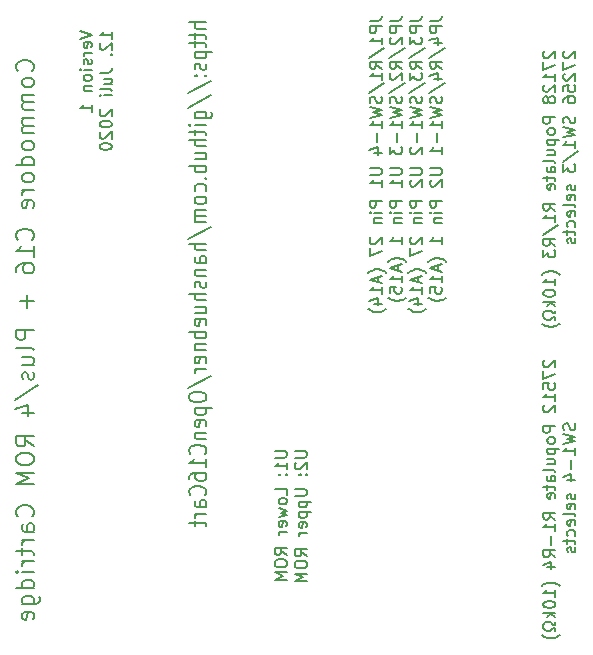
<source format=gbr>
G04 #@! TF.GenerationSoftware,KiCad,Pcbnew,(5.1.5-0-10_14)*
G04 #@! TF.CreationDate,2020-07-12T14:24:48+02:00*
G04 #@! TF.ProjectId,OpenC16Cart,4f70656e-4331-4364-9361-72742e6b6963,3*
G04 #@! TF.SameCoordinates,Original*
G04 #@! TF.FileFunction,Legend,Bot*
G04 #@! TF.FilePolarity,Positive*
%FSLAX46Y46*%
G04 Gerber Fmt 4.6, Leading zero omitted, Abs format (unit mm)*
G04 Created by KiCad (PCBNEW (5.1.5-0-10_14)) date 2020-07-12 14:24:48*
%MOMM*%
%LPD*%
G04 APERTURE LIST*
%ADD10C,0.200000*%
G04 APERTURE END LIST*
D10*
X130301380Y-66519238D02*
X131301380Y-66852571D01*
X130301380Y-67185904D01*
X131253761Y-67900190D02*
X131301380Y-67804952D01*
X131301380Y-67614476D01*
X131253761Y-67519238D01*
X131158523Y-67471619D01*
X130777571Y-67471619D01*
X130682333Y-67519238D01*
X130634714Y-67614476D01*
X130634714Y-67804952D01*
X130682333Y-67900190D01*
X130777571Y-67947809D01*
X130872809Y-67947809D01*
X130968047Y-67471619D01*
X131301380Y-68376380D02*
X130634714Y-68376380D01*
X130825190Y-68376380D02*
X130729952Y-68424000D01*
X130682333Y-68471619D01*
X130634714Y-68566857D01*
X130634714Y-68662095D01*
X131253761Y-68947809D02*
X131301380Y-69043047D01*
X131301380Y-69233523D01*
X131253761Y-69328761D01*
X131158523Y-69376380D01*
X131110904Y-69376380D01*
X131015666Y-69328761D01*
X130968047Y-69233523D01*
X130968047Y-69090666D01*
X130920428Y-68995428D01*
X130825190Y-68947809D01*
X130777571Y-68947809D01*
X130682333Y-68995428D01*
X130634714Y-69090666D01*
X130634714Y-69233523D01*
X130682333Y-69328761D01*
X131301380Y-69804952D02*
X130634714Y-69804952D01*
X130301380Y-69804952D02*
X130349000Y-69757333D01*
X130396619Y-69804952D01*
X130349000Y-69852571D01*
X130301380Y-69804952D01*
X130396619Y-69804952D01*
X131301380Y-70424000D02*
X131253761Y-70328761D01*
X131206142Y-70281142D01*
X131110904Y-70233523D01*
X130825190Y-70233523D01*
X130729952Y-70281142D01*
X130682333Y-70328761D01*
X130634714Y-70424000D01*
X130634714Y-70566857D01*
X130682333Y-70662095D01*
X130729952Y-70709714D01*
X130825190Y-70757333D01*
X131110904Y-70757333D01*
X131206142Y-70709714D01*
X131253761Y-70662095D01*
X131301380Y-70566857D01*
X131301380Y-70424000D01*
X130634714Y-71185904D02*
X131301380Y-71185904D01*
X130729952Y-71185904D02*
X130682333Y-71233523D01*
X130634714Y-71328761D01*
X130634714Y-71471619D01*
X130682333Y-71566857D01*
X130777571Y-71614476D01*
X131301380Y-71614476D01*
X131301380Y-73376380D02*
X131301380Y-72804952D01*
X131301380Y-73090666D02*
X130301380Y-73090666D01*
X130444238Y-72995428D01*
X130539476Y-72900190D01*
X130587095Y-72804952D01*
X133001380Y-67185904D02*
X133001380Y-66614476D01*
X133001380Y-66900190D02*
X132001380Y-66900190D01*
X132144238Y-66804952D01*
X132239476Y-66709714D01*
X132287095Y-66614476D01*
X132096619Y-67566857D02*
X132049000Y-67614476D01*
X132001380Y-67709714D01*
X132001380Y-67947809D01*
X132049000Y-68043047D01*
X132096619Y-68090666D01*
X132191857Y-68138285D01*
X132287095Y-68138285D01*
X132429952Y-68090666D01*
X133001380Y-67519238D01*
X133001380Y-68138285D01*
X132906142Y-68566857D02*
X132953761Y-68614476D01*
X133001380Y-68566857D01*
X132953761Y-68519238D01*
X132906142Y-68566857D01*
X133001380Y-68566857D01*
X132001380Y-70090666D02*
X132715666Y-70090666D01*
X132858523Y-70043047D01*
X132953761Y-69947809D01*
X133001380Y-69804952D01*
X133001380Y-69709714D01*
X132334714Y-70995428D02*
X133001380Y-70995428D01*
X132334714Y-70566857D02*
X132858523Y-70566857D01*
X132953761Y-70614476D01*
X133001380Y-70709714D01*
X133001380Y-70852571D01*
X132953761Y-70947809D01*
X132906142Y-70995428D01*
X133001380Y-71614476D02*
X132953761Y-71519238D01*
X132858523Y-71471619D01*
X132001380Y-71471619D01*
X133001380Y-71995428D02*
X132334714Y-71995428D01*
X132001380Y-71995428D02*
X132049000Y-71947809D01*
X132096619Y-71995428D01*
X132049000Y-72043047D01*
X132001380Y-71995428D01*
X132096619Y-71995428D01*
X132096619Y-73185904D02*
X132049000Y-73233523D01*
X132001380Y-73328761D01*
X132001380Y-73566857D01*
X132049000Y-73662095D01*
X132096619Y-73709714D01*
X132191857Y-73757333D01*
X132287095Y-73757333D01*
X132429952Y-73709714D01*
X133001380Y-73138285D01*
X133001380Y-73757333D01*
X132001380Y-74376380D02*
X132001380Y-74471619D01*
X132049000Y-74566857D01*
X132096619Y-74614476D01*
X132191857Y-74662095D01*
X132382333Y-74709714D01*
X132620428Y-74709714D01*
X132810904Y-74662095D01*
X132906142Y-74614476D01*
X132953761Y-74566857D01*
X133001380Y-74471619D01*
X133001380Y-74376380D01*
X132953761Y-74281142D01*
X132906142Y-74233523D01*
X132810904Y-74185904D01*
X132620428Y-74138285D01*
X132382333Y-74138285D01*
X132191857Y-74185904D01*
X132096619Y-74233523D01*
X132049000Y-74281142D01*
X132001380Y-74376380D01*
X132096619Y-75090666D02*
X132049000Y-75138285D01*
X132001380Y-75233523D01*
X132001380Y-75471619D01*
X132049000Y-75566857D01*
X132096619Y-75614476D01*
X132191857Y-75662095D01*
X132287095Y-75662095D01*
X132429952Y-75614476D01*
X133001380Y-75043047D01*
X133001380Y-75662095D01*
X132001380Y-76281142D02*
X132001380Y-76376380D01*
X132049000Y-76471619D01*
X132096619Y-76519238D01*
X132191857Y-76566857D01*
X132382333Y-76614476D01*
X132620428Y-76614476D01*
X132810904Y-76566857D01*
X132906142Y-76519238D01*
X132953761Y-76471619D01*
X133001380Y-76376380D01*
X133001380Y-76281142D01*
X132953761Y-76185904D01*
X132906142Y-76138285D01*
X132810904Y-76090666D01*
X132620428Y-76043047D01*
X132382333Y-76043047D01*
X132191857Y-76090666D01*
X132096619Y-76138285D01*
X132049000Y-76185904D01*
X132001380Y-76281142D01*
X146811380Y-102095095D02*
X147620904Y-102095095D01*
X147716142Y-102142714D01*
X147763761Y-102190333D01*
X147811380Y-102285571D01*
X147811380Y-102476047D01*
X147763761Y-102571285D01*
X147716142Y-102618904D01*
X147620904Y-102666523D01*
X146811380Y-102666523D01*
X147811380Y-103666523D02*
X147811380Y-103095095D01*
X147811380Y-103380809D02*
X146811380Y-103380809D01*
X146954238Y-103285571D01*
X147049476Y-103190333D01*
X147097095Y-103095095D01*
X147716142Y-104095095D02*
X147763761Y-104142714D01*
X147811380Y-104095095D01*
X147763761Y-104047476D01*
X147716142Y-104095095D01*
X147811380Y-104095095D01*
X147192333Y-104095095D02*
X147239952Y-104142714D01*
X147287571Y-104095095D01*
X147239952Y-104047476D01*
X147192333Y-104095095D01*
X147287571Y-104095095D01*
X147811380Y-105809380D02*
X147811380Y-105333190D01*
X146811380Y-105333190D01*
X147811380Y-106285571D02*
X147763761Y-106190333D01*
X147716142Y-106142714D01*
X147620904Y-106095095D01*
X147335190Y-106095095D01*
X147239952Y-106142714D01*
X147192333Y-106190333D01*
X147144714Y-106285571D01*
X147144714Y-106428428D01*
X147192333Y-106523666D01*
X147239952Y-106571285D01*
X147335190Y-106618904D01*
X147620904Y-106618904D01*
X147716142Y-106571285D01*
X147763761Y-106523666D01*
X147811380Y-106428428D01*
X147811380Y-106285571D01*
X147144714Y-106952238D02*
X147811380Y-107142714D01*
X147335190Y-107333190D01*
X147811380Y-107523666D01*
X147144714Y-107714142D01*
X147763761Y-108476047D02*
X147811380Y-108380809D01*
X147811380Y-108190333D01*
X147763761Y-108095095D01*
X147668523Y-108047476D01*
X147287571Y-108047476D01*
X147192333Y-108095095D01*
X147144714Y-108190333D01*
X147144714Y-108380809D01*
X147192333Y-108476047D01*
X147287571Y-108523666D01*
X147382809Y-108523666D01*
X147478047Y-108047476D01*
X147811380Y-108952238D02*
X147144714Y-108952238D01*
X147335190Y-108952238D02*
X147239952Y-108999857D01*
X147192333Y-109047476D01*
X147144714Y-109142714D01*
X147144714Y-109237952D01*
X147811380Y-110904619D02*
X147335190Y-110571285D01*
X147811380Y-110333190D02*
X146811380Y-110333190D01*
X146811380Y-110714142D01*
X146859000Y-110809380D01*
X146906619Y-110857000D01*
X147001857Y-110904619D01*
X147144714Y-110904619D01*
X147239952Y-110857000D01*
X147287571Y-110809380D01*
X147335190Y-110714142D01*
X147335190Y-110333190D01*
X146811380Y-111523666D02*
X146811380Y-111714142D01*
X146859000Y-111809380D01*
X146954238Y-111904619D01*
X147144714Y-111952238D01*
X147478047Y-111952238D01*
X147668523Y-111904619D01*
X147763761Y-111809380D01*
X147811380Y-111714142D01*
X147811380Y-111523666D01*
X147763761Y-111428428D01*
X147668523Y-111333190D01*
X147478047Y-111285571D01*
X147144714Y-111285571D01*
X146954238Y-111333190D01*
X146859000Y-111428428D01*
X146811380Y-111523666D01*
X147811380Y-112380809D02*
X146811380Y-112380809D01*
X147525666Y-112714142D01*
X146811380Y-113047476D01*
X147811380Y-113047476D01*
X148511380Y-102095095D02*
X149320904Y-102095095D01*
X149416142Y-102142714D01*
X149463761Y-102190333D01*
X149511380Y-102285571D01*
X149511380Y-102476047D01*
X149463761Y-102571285D01*
X149416142Y-102618904D01*
X149320904Y-102666523D01*
X148511380Y-102666523D01*
X148606619Y-103095095D02*
X148559000Y-103142714D01*
X148511380Y-103237952D01*
X148511380Y-103476047D01*
X148559000Y-103571285D01*
X148606619Y-103618904D01*
X148701857Y-103666523D01*
X148797095Y-103666523D01*
X148939952Y-103618904D01*
X149511380Y-103047476D01*
X149511380Y-103666523D01*
X149416142Y-104095095D02*
X149463761Y-104142714D01*
X149511380Y-104095095D01*
X149463761Y-104047476D01*
X149416142Y-104095095D01*
X149511380Y-104095095D01*
X148892333Y-104095095D02*
X148939952Y-104142714D01*
X148987571Y-104095095D01*
X148939952Y-104047476D01*
X148892333Y-104095095D01*
X148987571Y-104095095D01*
X148511380Y-105333190D02*
X149320904Y-105333190D01*
X149416142Y-105380809D01*
X149463761Y-105428428D01*
X149511380Y-105523666D01*
X149511380Y-105714142D01*
X149463761Y-105809380D01*
X149416142Y-105857000D01*
X149320904Y-105904619D01*
X148511380Y-105904619D01*
X148844714Y-106380809D02*
X149844714Y-106380809D01*
X148892333Y-106380809D02*
X148844714Y-106476047D01*
X148844714Y-106666523D01*
X148892333Y-106761761D01*
X148939952Y-106809380D01*
X149035190Y-106857000D01*
X149320904Y-106857000D01*
X149416142Y-106809380D01*
X149463761Y-106761761D01*
X149511380Y-106666523D01*
X149511380Y-106476047D01*
X149463761Y-106380809D01*
X148844714Y-107285571D02*
X149844714Y-107285571D01*
X148892333Y-107285571D02*
X148844714Y-107380809D01*
X148844714Y-107571285D01*
X148892333Y-107666523D01*
X148939952Y-107714142D01*
X149035190Y-107761761D01*
X149320904Y-107761761D01*
X149416142Y-107714142D01*
X149463761Y-107666523D01*
X149511380Y-107571285D01*
X149511380Y-107380809D01*
X149463761Y-107285571D01*
X149463761Y-108571285D02*
X149511380Y-108476047D01*
X149511380Y-108285571D01*
X149463761Y-108190333D01*
X149368523Y-108142714D01*
X148987571Y-108142714D01*
X148892333Y-108190333D01*
X148844714Y-108285571D01*
X148844714Y-108476047D01*
X148892333Y-108571285D01*
X148987571Y-108618904D01*
X149082809Y-108618904D01*
X149178047Y-108142714D01*
X149511380Y-109047476D02*
X148844714Y-109047476D01*
X149035190Y-109047476D02*
X148939952Y-109095095D01*
X148892333Y-109142714D01*
X148844714Y-109237952D01*
X148844714Y-109333190D01*
X149511380Y-110999857D02*
X149035190Y-110666523D01*
X149511380Y-110428428D02*
X148511380Y-110428428D01*
X148511380Y-110809380D01*
X148559000Y-110904619D01*
X148606619Y-110952238D01*
X148701857Y-110999857D01*
X148844714Y-110999857D01*
X148939952Y-110952238D01*
X148987571Y-110904619D01*
X149035190Y-110809380D01*
X149035190Y-110428428D01*
X148511380Y-111618904D02*
X148511380Y-111809380D01*
X148559000Y-111904619D01*
X148654238Y-111999857D01*
X148844714Y-112047476D01*
X149178047Y-112047476D01*
X149368523Y-111999857D01*
X149463761Y-111904619D01*
X149511380Y-111809380D01*
X149511380Y-111618904D01*
X149463761Y-111523666D01*
X149368523Y-111428428D01*
X149178047Y-111380809D01*
X148844714Y-111380809D01*
X148654238Y-111428428D01*
X148559000Y-111523666D01*
X148511380Y-111618904D01*
X149511380Y-112476047D02*
X148511380Y-112476047D01*
X149225666Y-112809380D01*
X148511380Y-113142714D01*
X149511380Y-113142714D01*
X169639619Y-94427476D02*
X169592000Y-94475095D01*
X169544380Y-94570333D01*
X169544380Y-94808428D01*
X169592000Y-94903666D01*
X169639619Y-94951285D01*
X169734857Y-94998904D01*
X169830095Y-94998904D01*
X169972952Y-94951285D01*
X170544380Y-94379857D01*
X170544380Y-94998904D01*
X169544380Y-95332238D02*
X169544380Y-95998904D01*
X170544380Y-95570333D01*
X169544380Y-96856047D02*
X169544380Y-96379857D01*
X170020571Y-96332238D01*
X169972952Y-96379857D01*
X169925333Y-96475095D01*
X169925333Y-96713190D01*
X169972952Y-96808428D01*
X170020571Y-96856047D01*
X170115809Y-96903666D01*
X170353904Y-96903666D01*
X170449142Y-96856047D01*
X170496761Y-96808428D01*
X170544380Y-96713190D01*
X170544380Y-96475095D01*
X170496761Y-96379857D01*
X170449142Y-96332238D01*
X170544380Y-97856047D02*
X170544380Y-97284619D01*
X170544380Y-97570333D02*
X169544380Y-97570333D01*
X169687238Y-97475095D01*
X169782476Y-97379857D01*
X169830095Y-97284619D01*
X169639619Y-98237000D02*
X169592000Y-98284619D01*
X169544380Y-98379857D01*
X169544380Y-98617952D01*
X169592000Y-98713190D01*
X169639619Y-98760809D01*
X169734857Y-98808428D01*
X169830095Y-98808428D01*
X169972952Y-98760809D01*
X170544380Y-98189380D01*
X170544380Y-98808428D01*
X170544380Y-99998904D02*
X169544380Y-99998904D01*
X169544380Y-100379857D01*
X169592000Y-100475095D01*
X169639619Y-100522714D01*
X169734857Y-100570333D01*
X169877714Y-100570333D01*
X169972952Y-100522714D01*
X170020571Y-100475095D01*
X170068190Y-100379857D01*
X170068190Y-99998904D01*
X170544380Y-101141761D02*
X170496761Y-101046523D01*
X170449142Y-100998904D01*
X170353904Y-100951285D01*
X170068190Y-100951285D01*
X169972952Y-100998904D01*
X169925333Y-101046523D01*
X169877714Y-101141761D01*
X169877714Y-101284619D01*
X169925333Y-101379857D01*
X169972952Y-101427476D01*
X170068190Y-101475095D01*
X170353904Y-101475095D01*
X170449142Y-101427476D01*
X170496761Y-101379857D01*
X170544380Y-101284619D01*
X170544380Y-101141761D01*
X169877714Y-101903666D02*
X170877714Y-101903666D01*
X169925333Y-101903666D02*
X169877714Y-101998904D01*
X169877714Y-102189380D01*
X169925333Y-102284619D01*
X169972952Y-102332238D01*
X170068190Y-102379857D01*
X170353904Y-102379857D01*
X170449142Y-102332238D01*
X170496761Y-102284619D01*
X170544380Y-102189380D01*
X170544380Y-101998904D01*
X170496761Y-101903666D01*
X169877714Y-103237000D02*
X170544380Y-103237000D01*
X169877714Y-102808428D02*
X170401523Y-102808428D01*
X170496761Y-102856047D01*
X170544380Y-102951285D01*
X170544380Y-103094142D01*
X170496761Y-103189380D01*
X170449142Y-103237000D01*
X170544380Y-103856047D02*
X170496761Y-103760809D01*
X170401523Y-103713190D01*
X169544380Y-103713190D01*
X170544380Y-104665571D02*
X170020571Y-104665571D01*
X169925333Y-104617952D01*
X169877714Y-104522714D01*
X169877714Y-104332238D01*
X169925333Y-104237000D01*
X170496761Y-104665571D02*
X170544380Y-104570333D01*
X170544380Y-104332238D01*
X170496761Y-104237000D01*
X170401523Y-104189380D01*
X170306285Y-104189380D01*
X170211047Y-104237000D01*
X170163428Y-104332238D01*
X170163428Y-104570333D01*
X170115809Y-104665571D01*
X169877714Y-104998904D02*
X169877714Y-105379857D01*
X169544380Y-105141761D02*
X170401523Y-105141761D01*
X170496761Y-105189380D01*
X170544380Y-105284619D01*
X170544380Y-105379857D01*
X170496761Y-106094142D02*
X170544380Y-105998904D01*
X170544380Y-105808428D01*
X170496761Y-105713190D01*
X170401523Y-105665571D01*
X170020571Y-105665571D01*
X169925333Y-105713190D01*
X169877714Y-105808428D01*
X169877714Y-105998904D01*
X169925333Y-106094142D01*
X170020571Y-106141761D01*
X170115809Y-106141761D01*
X170211047Y-105665571D01*
X170544380Y-107903666D02*
X170068190Y-107570333D01*
X170544380Y-107332238D02*
X169544380Y-107332238D01*
X169544380Y-107713190D01*
X169592000Y-107808428D01*
X169639619Y-107856047D01*
X169734857Y-107903666D01*
X169877714Y-107903666D01*
X169972952Y-107856047D01*
X170020571Y-107808428D01*
X170068190Y-107713190D01*
X170068190Y-107332238D01*
X170544380Y-108856047D02*
X170544380Y-108284619D01*
X170544380Y-108570333D02*
X169544380Y-108570333D01*
X169687238Y-108475095D01*
X169782476Y-108379857D01*
X169830095Y-108284619D01*
X170163428Y-109284619D02*
X170163428Y-110046523D01*
X170544380Y-111094142D02*
X170068190Y-110760809D01*
X170544380Y-110522714D02*
X169544380Y-110522714D01*
X169544380Y-110903666D01*
X169592000Y-110998904D01*
X169639619Y-111046523D01*
X169734857Y-111094142D01*
X169877714Y-111094142D01*
X169972952Y-111046523D01*
X170020571Y-110998904D01*
X170068190Y-110903666D01*
X170068190Y-110522714D01*
X169877714Y-111951285D02*
X170544380Y-111951285D01*
X169496761Y-111713190D02*
X170211047Y-111475095D01*
X170211047Y-112094142D01*
X170925333Y-113522714D02*
X170877714Y-113475095D01*
X170734857Y-113379857D01*
X170639619Y-113332238D01*
X170496761Y-113284619D01*
X170258666Y-113237000D01*
X170068190Y-113237000D01*
X169830095Y-113284619D01*
X169687238Y-113332238D01*
X169592000Y-113379857D01*
X169449142Y-113475095D01*
X169401523Y-113522714D01*
X170544380Y-114427476D02*
X170544380Y-113856047D01*
X170544380Y-114141761D02*
X169544380Y-114141761D01*
X169687238Y-114046523D01*
X169782476Y-113951285D01*
X169830095Y-113856047D01*
X169544380Y-115046523D02*
X169544380Y-115141761D01*
X169592000Y-115237000D01*
X169639619Y-115284619D01*
X169734857Y-115332238D01*
X169925333Y-115379857D01*
X170163428Y-115379857D01*
X170353904Y-115332238D01*
X170449142Y-115284619D01*
X170496761Y-115237000D01*
X170544380Y-115141761D01*
X170544380Y-115046523D01*
X170496761Y-114951285D01*
X170449142Y-114903666D01*
X170353904Y-114856047D01*
X170163428Y-114808428D01*
X169925333Y-114808428D01*
X169734857Y-114856047D01*
X169639619Y-114903666D01*
X169592000Y-114951285D01*
X169544380Y-115046523D01*
X170544380Y-115808428D02*
X169544380Y-115808428D01*
X170163428Y-115903666D02*
X170544380Y-116189380D01*
X169877714Y-116189380D02*
X170258666Y-115808428D01*
X170544380Y-116570333D02*
X170544380Y-116808428D01*
X170353904Y-116808428D01*
X170306285Y-116713190D01*
X170211047Y-116617952D01*
X170068190Y-116570333D01*
X169830095Y-116570333D01*
X169687238Y-116617952D01*
X169592000Y-116713190D01*
X169544380Y-116856047D01*
X169544380Y-117046523D01*
X169592000Y-117189380D01*
X169687238Y-117284619D01*
X169830095Y-117332238D01*
X170068190Y-117332238D01*
X170211047Y-117284619D01*
X170306285Y-117189380D01*
X170353904Y-117094142D01*
X170544380Y-117094142D01*
X170544380Y-117332238D01*
X170925333Y-117665571D02*
X170877714Y-117713190D01*
X170734857Y-117808428D01*
X170639619Y-117856047D01*
X170496761Y-117903666D01*
X170258666Y-117951285D01*
X170068190Y-117951285D01*
X169830095Y-117903666D01*
X169687238Y-117856047D01*
X169592000Y-117808428D01*
X169449142Y-117713190D01*
X169401523Y-117665571D01*
X172196761Y-99760809D02*
X172244380Y-99903666D01*
X172244380Y-100141761D01*
X172196761Y-100236999D01*
X172149142Y-100284619D01*
X172053904Y-100332238D01*
X171958666Y-100332238D01*
X171863428Y-100284619D01*
X171815809Y-100236999D01*
X171768190Y-100141761D01*
X171720571Y-99951285D01*
X171672952Y-99856047D01*
X171625333Y-99808428D01*
X171530095Y-99760809D01*
X171434857Y-99760809D01*
X171339619Y-99808428D01*
X171292000Y-99856047D01*
X171244380Y-99951285D01*
X171244380Y-100189380D01*
X171292000Y-100332238D01*
X171244380Y-100665571D02*
X172244380Y-100903666D01*
X171530095Y-101094142D01*
X172244380Y-101284619D01*
X171244380Y-101522714D01*
X172244380Y-102427476D02*
X172244380Y-101856047D01*
X172244380Y-102141761D02*
X171244380Y-102141761D01*
X171387238Y-102046523D01*
X171482476Y-101951285D01*
X171530095Y-101856047D01*
X171863428Y-102856047D02*
X171863428Y-103617952D01*
X171577714Y-104522714D02*
X172244380Y-104522714D01*
X171196761Y-104284619D02*
X171911047Y-104046523D01*
X171911047Y-104665571D01*
X172196761Y-105760809D02*
X172244380Y-105856047D01*
X172244380Y-106046523D01*
X172196761Y-106141761D01*
X172101523Y-106189380D01*
X172053904Y-106189380D01*
X171958666Y-106141761D01*
X171911047Y-106046523D01*
X171911047Y-105903666D01*
X171863428Y-105808428D01*
X171768190Y-105760809D01*
X171720571Y-105760809D01*
X171625333Y-105808428D01*
X171577714Y-105903666D01*
X171577714Y-106046523D01*
X171625333Y-106141761D01*
X172196761Y-106998904D02*
X172244380Y-106903666D01*
X172244380Y-106713190D01*
X172196761Y-106617952D01*
X172101523Y-106570333D01*
X171720571Y-106570333D01*
X171625333Y-106617952D01*
X171577714Y-106713190D01*
X171577714Y-106903666D01*
X171625333Y-106998904D01*
X171720571Y-107046523D01*
X171815809Y-107046523D01*
X171911047Y-106570333D01*
X172244380Y-107617952D02*
X172196761Y-107522714D01*
X172101523Y-107475095D01*
X171244380Y-107475095D01*
X172196761Y-108379857D02*
X172244380Y-108284619D01*
X172244380Y-108094142D01*
X172196761Y-107998904D01*
X172101523Y-107951285D01*
X171720571Y-107951285D01*
X171625333Y-107998904D01*
X171577714Y-108094142D01*
X171577714Y-108284619D01*
X171625333Y-108379857D01*
X171720571Y-108427476D01*
X171815809Y-108427476D01*
X171911047Y-107951285D01*
X172196761Y-109284619D02*
X172244380Y-109189380D01*
X172244380Y-108998904D01*
X172196761Y-108903666D01*
X172149142Y-108856047D01*
X172053904Y-108808428D01*
X171768190Y-108808428D01*
X171672952Y-108856047D01*
X171625333Y-108903666D01*
X171577714Y-108998904D01*
X171577714Y-109189380D01*
X171625333Y-109284619D01*
X171577714Y-109570333D02*
X171577714Y-109951285D01*
X171244380Y-109713190D02*
X172101523Y-109713190D01*
X172196761Y-109760809D01*
X172244380Y-109856047D01*
X172244380Y-109951285D01*
X172196761Y-110236999D02*
X172244380Y-110332238D01*
X172244380Y-110522714D01*
X172196761Y-110617952D01*
X172101523Y-110665571D01*
X172053904Y-110665571D01*
X171958666Y-110617952D01*
X171911047Y-110522714D01*
X171911047Y-110379857D01*
X171863428Y-110284619D01*
X171768190Y-110236999D01*
X171720571Y-110236999D01*
X171625333Y-110284619D01*
X171577714Y-110379857D01*
X171577714Y-110522714D01*
X171625333Y-110617952D01*
X126265714Y-69924285D02*
X126337142Y-69852857D01*
X126408571Y-69638571D01*
X126408571Y-69495714D01*
X126337142Y-69281428D01*
X126194285Y-69138571D01*
X126051428Y-69067142D01*
X125765714Y-68995714D01*
X125551428Y-68995714D01*
X125265714Y-69067142D01*
X125122857Y-69138571D01*
X124980000Y-69281428D01*
X124908571Y-69495714D01*
X124908571Y-69638571D01*
X124980000Y-69852857D01*
X125051428Y-69924285D01*
X126408571Y-70781428D02*
X126337142Y-70638571D01*
X126265714Y-70567142D01*
X126122857Y-70495714D01*
X125694285Y-70495714D01*
X125551428Y-70567142D01*
X125480000Y-70638571D01*
X125408571Y-70781428D01*
X125408571Y-70995714D01*
X125480000Y-71138571D01*
X125551428Y-71210000D01*
X125694285Y-71281428D01*
X126122857Y-71281428D01*
X126265714Y-71210000D01*
X126337142Y-71138571D01*
X126408571Y-70995714D01*
X126408571Y-70781428D01*
X126408571Y-71924285D02*
X125408571Y-71924285D01*
X125551428Y-71924285D02*
X125480000Y-71995714D01*
X125408571Y-72138571D01*
X125408571Y-72352857D01*
X125480000Y-72495714D01*
X125622857Y-72567142D01*
X126408571Y-72567142D01*
X125622857Y-72567142D02*
X125480000Y-72638571D01*
X125408571Y-72781428D01*
X125408571Y-72995714D01*
X125480000Y-73138571D01*
X125622857Y-73210000D01*
X126408571Y-73210000D01*
X126408571Y-73924285D02*
X125408571Y-73924285D01*
X125551428Y-73924285D02*
X125480000Y-73995714D01*
X125408571Y-74138571D01*
X125408571Y-74352857D01*
X125480000Y-74495714D01*
X125622857Y-74567142D01*
X126408571Y-74567142D01*
X125622857Y-74567142D02*
X125480000Y-74638571D01*
X125408571Y-74781428D01*
X125408571Y-74995714D01*
X125480000Y-75138571D01*
X125622857Y-75210000D01*
X126408571Y-75210000D01*
X126408571Y-76138571D02*
X126337142Y-75995714D01*
X126265714Y-75924285D01*
X126122857Y-75852857D01*
X125694285Y-75852857D01*
X125551428Y-75924285D01*
X125480000Y-75995714D01*
X125408571Y-76138571D01*
X125408571Y-76352857D01*
X125480000Y-76495714D01*
X125551428Y-76567142D01*
X125694285Y-76638571D01*
X126122857Y-76638571D01*
X126265714Y-76567142D01*
X126337142Y-76495714D01*
X126408571Y-76352857D01*
X126408571Y-76138571D01*
X126408571Y-77924285D02*
X124908571Y-77924285D01*
X126337142Y-77924285D02*
X126408571Y-77781428D01*
X126408571Y-77495714D01*
X126337142Y-77352857D01*
X126265714Y-77281428D01*
X126122857Y-77210000D01*
X125694285Y-77210000D01*
X125551428Y-77281428D01*
X125480000Y-77352857D01*
X125408571Y-77495714D01*
X125408571Y-77781428D01*
X125480000Y-77924285D01*
X126408571Y-78852857D02*
X126337142Y-78710000D01*
X126265714Y-78638571D01*
X126122857Y-78567142D01*
X125694285Y-78567142D01*
X125551428Y-78638571D01*
X125480000Y-78710000D01*
X125408571Y-78852857D01*
X125408571Y-79067142D01*
X125480000Y-79210000D01*
X125551428Y-79281428D01*
X125694285Y-79352857D01*
X126122857Y-79352857D01*
X126265714Y-79281428D01*
X126337142Y-79210000D01*
X126408571Y-79067142D01*
X126408571Y-78852857D01*
X126408571Y-79995714D02*
X125408571Y-79995714D01*
X125694285Y-79995714D02*
X125551428Y-80067142D01*
X125480000Y-80138571D01*
X125408571Y-80281428D01*
X125408571Y-80424285D01*
X126337142Y-81495714D02*
X126408571Y-81352857D01*
X126408571Y-81067142D01*
X126337142Y-80924285D01*
X126194285Y-80852857D01*
X125622857Y-80852857D01*
X125480000Y-80924285D01*
X125408571Y-81067142D01*
X125408571Y-81352857D01*
X125480000Y-81495714D01*
X125622857Y-81567142D01*
X125765714Y-81567142D01*
X125908571Y-80852857D01*
X126265714Y-84209999D02*
X126337142Y-84138571D01*
X126408571Y-83924285D01*
X126408571Y-83781428D01*
X126337142Y-83567142D01*
X126194285Y-83424285D01*
X126051428Y-83352857D01*
X125765714Y-83281428D01*
X125551428Y-83281428D01*
X125265714Y-83352857D01*
X125122857Y-83424285D01*
X124980000Y-83567142D01*
X124908571Y-83781428D01*
X124908571Y-83924285D01*
X124980000Y-84138571D01*
X125051428Y-84209999D01*
X126408571Y-85638571D02*
X126408571Y-84781428D01*
X126408571Y-85209999D02*
X124908571Y-85209999D01*
X125122857Y-85067142D01*
X125265714Y-84924285D01*
X125337142Y-84781428D01*
X124908571Y-86924285D02*
X124908571Y-86638571D01*
X124980000Y-86495714D01*
X125051428Y-86424285D01*
X125265714Y-86281428D01*
X125551428Y-86210000D01*
X126122857Y-86210000D01*
X126265714Y-86281428D01*
X126337142Y-86352857D01*
X126408571Y-86495714D01*
X126408571Y-86781428D01*
X126337142Y-86924285D01*
X126265714Y-86995714D01*
X126122857Y-87067142D01*
X125765714Y-87067142D01*
X125622857Y-86995714D01*
X125551428Y-86924285D01*
X125480000Y-86781428D01*
X125480000Y-86495714D01*
X125551428Y-86352857D01*
X125622857Y-86281428D01*
X125765714Y-86210000D01*
X125837142Y-88852857D02*
X125837142Y-89995714D01*
X126408571Y-89424285D02*
X125265714Y-89424285D01*
X126408571Y-91852857D02*
X124908571Y-91852857D01*
X124908571Y-92424285D01*
X124980000Y-92567142D01*
X125051428Y-92638571D01*
X125194285Y-92709999D01*
X125408571Y-92709999D01*
X125551428Y-92638571D01*
X125622857Y-92567142D01*
X125694285Y-92424285D01*
X125694285Y-91852857D01*
X126408571Y-93567142D02*
X126337142Y-93424285D01*
X126194285Y-93352857D01*
X124908571Y-93352857D01*
X125408571Y-94781428D02*
X126408571Y-94781428D01*
X125408571Y-94138571D02*
X126194285Y-94138571D01*
X126337142Y-94210000D01*
X126408571Y-94352857D01*
X126408571Y-94567142D01*
X126337142Y-94710000D01*
X126265714Y-94781428D01*
X126337142Y-95424285D02*
X126408571Y-95567142D01*
X126408571Y-95852857D01*
X126337142Y-95995714D01*
X126194285Y-96067142D01*
X126122857Y-96067142D01*
X125980000Y-95995714D01*
X125908571Y-95852857D01*
X125908571Y-95638571D01*
X125837142Y-95495714D01*
X125694285Y-95424285D01*
X125622857Y-95424285D01*
X125480000Y-95495714D01*
X125408571Y-95638571D01*
X125408571Y-95852857D01*
X125480000Y-95995714D01*
X124837142Y-97781428D02*
X126765714Y-96495714D01*
X125408571Y-98924285D02*
X126408571Y-98924285D01*
X124837142Y-98567142D02*
X125908571Y-98210000D01*
X125908571Y-99138571D01*
X126408571Y-101709999D02*
X125694285Y-101209999D01*
X126408571Y-100852857D02*
X124908571Y-100852857D01*
X124908571Y-101424285D01*
X124980000Y-101567142D01*
X125051428Y-101638571D01*
X125194285Y-101709999D01*
X125408571Y-101709999D01*
X125551428Y-101638571D01*
X125622857Y-101567142D01*
X125694285Y-101424285D01*
X125694285Y-100852857D01*
X124908571Y-102638571D02*
X124908571Y-102924285D01*
X124980000Y-103067142D01*
X125122857Y-103209999D01*
X125408571Y-103281428D01*
X125908571Y-103281428D01*
X126194285Y-103209999D01*
X126337142Y-103067142D01*
X126408571Y-102924285D01*
X126408571Y-102638571D01*
X126337142Y-102495714D01*
X126194285Y-102352857D01*
X125908571Y-102281428D01*
X125408571Y-102281428D01*
X125122857Y-102352857D01*
X124980000Y-102495714D01*
X124908571Y-102638571D01*
X126408571Y-103924285D02*
X124908571Y-103924285D01*
X125980000Y-104424285D01*
X124908571Y-104924285D01*
X126408571Y-104924285D01*
X126265714Y-107638571D02*
X126337142Y-107567142D01*
X126408571Y-107352857D01*
X126408571Y-107209999D01*
X126337142Y-106995714D01*
X126194285Y-106852857D01*
X126051428Y-106781428D01*
X125765714Y-106709999D01*
X125551428Y-106709999D01*
X125265714Y-106781428D01*
X125122857Y-106852857D01*
X124980000Y-106995714D01*
X124908571Y-107209999D01*
X124908571Y-107352857D01*
X124980000Y-107567142D01*
X125051428Y-107638571D01*
X126408571Y-108924285D02*
X125622857Y-108924285D01*
X125480000Y-108852857D01*
X125408571Y-108709999D01*
X125408571Y-108424285D01*
X125480000Y-108281428D01*
X126337142Y-108924285D02*
X126408571Y-108781428D01*
X126408571Y-108424285D01*
X126337142Y-108281428D01*
X126194285Y-108209999D01*
X126051428Y-108209999D01*
X125908571Y-108281428D01*
X125837142Y-108424285D01*
X125837142Y-108781428D01*
X125765714Y-108924285D01*
X126408571Y-109638571D02*
X125408571Y-109638571D01*
X125694285Y-109638571D02*
X125551428Y-109709999D01*
X125480000Y-109781428D01*
X125408571Y-109924285D01*
X125408571Y-110067142D01*
X125408571Y-110352857D02*
X125408571Y-110924285D01*
X124908571Y-110567142D02*
X126194285Y-110567142D01*
X126337142Y-110638571D01*
X126408571Y-110781428D01*
X126408571Y-110924285D01*
X126408571Y-111424285D02*
X125408571Y-111424285D01*
X125694285Y-111424285D02*
X125551428Y-111495714D01*
X125480000Y-111567142D01*
X125408571Y-111709999D01*
X125408571Y-111852857D01*
X126408571Y-112352857D02*
X125408571Y-112352857D01*
X124908571Y-112352857D02*
X124980000Y-112281428D01*
X125051428Y-112352857D01*
X124980000Y-112424285D01*
X124908571Y-112352857D01*
X125051428Y-112352857D01*
X126408571Y-113709999D02*
X124908571Y-113709999D01*
X126337142Y-113709999D02*
X126408571Y-113567142D01*
X126408571Y-113281428D01*
X126337142Y-113138571D01*
X126265714Y-113067142D01*
X126122857Y-112995714D01*
X125694285Y-112995714D01*
X125551428Y-113067142D01*
X125480000Y-113138571D01*
X125408571Y-113281428D01*
X125408571Y-113567142D01*
X125480000Y-113709999D01*
X125408571Y-115067142D02*
X126622857Y-115067142D01*
X126765714Y-114995714D01*
X126837142Y-114924285D01*
X126908571Y-114781428D01*
X126908571Y-114567142D01*
X126837142Y-114424285D01*
X126337142Y-115067142D02*
X126408571Y-114924285D01*
X126408571Y-114638571D01*
X126337142Y-114495714D01*
X126265714Y-114424285D01*
X126122857Y-114352857D01*
X125694285Y-114352857D01*
X125551428Y-114424285D01*
X125480000Y-114495714D01*
X125408571Y-114638571D01*
X125408571Y-114924285D01*
X125480000Y-115067142D01*
X126337142Y-116352857D02*
X126408571Y-116209999D01*
X126408571Y-115924285D01*
X126337142Y-115781428D01*
X126194285Y-115709999D01*
X125622857Y-115709999D01*
X125480000Y-115781428D01*
X125408571Y-115924285D01*
X125408571Y-116209999D01*
X125480000Y-116352857D01*
X125622857Y-116424285D01*
X125765714Y-116424285D01*
X125908571Y-115709999D01*
X169639619Y-68265476D02*
X169592000Y-68313095D01*
X169544380Y-68408333D01*
X169544380Y-68646428D01*
X169592000Y-68741666D01*
X169639619Y-68789285D01*
X169734857Y-68836904D01*
X169830095Y-68836904D01*
X169972952Y-68789285D01*
X170544380Y-68217857D01*
X170544380Y-68836904D01*
X169544380Y-69170238D02*
X169544380Y-69836904D01*
X170544380Y-69408333D01*
X170544380Y-70741666D02*
X170544380Y-70170238D01*
X170544380Y-70455952D02*
X169544380Y-70455952D01*
X169687238Y-70360714D01*
X169782476Y-70265476D01*
X169830095Y-70170238D01*
X169639619Y-71122619D02*
X169592000Y-71170238D01*
X169544380Y-71265476D01*
X169544380Y-71503571D01*
X169592000Y-71598809D01*
X169639619Y-71646428D01*
X169734857Y-71694047D01*
X169830095Y-71694047D01*
X169972952Y-71646428D01*
X170544380Y-71075000D01*
X170544380Y-71694047D01*
X169972952Y-72265476D02*
X169925333Y-72170238D01*
X169877714Y-72122619D01*
X169782476Y-72075000D01*
X169734857Y-72075000D01*
X169639619Y-72122619D01*
X169592000Y-72170238D01*
X169544380Y-72265476D01*
X169544380Y-72455952D01*
X169592000Y-72551190D01*
X169639619Y-72598809D01*
X169734857Y-72646428D01*
X169782476Y-72646428D01*
X169877714Y-72598809D01*
X169925333Y-72551190D01*
X169972952Y-72455952D01*
X169972952Y-72265476D01*
X170020571Y-72170238D01*
X170068190Y-72122619D01*
X170163428Y-72075000D01*
X170353904Y-72075000D01*
X170449142Y-72122619D01*
X170496761Y-72170238D01*
X170544380Y-72265476D01*
X170544380Y-72455952D01*
X170496761Y-72551190D01*
X170449142Y-72598809D01*
X170353904Y-72646428D01*
X170163428Y-72646428D01*
X170068190Y-72598809D01*
X170020571Y-72551190D01*
X169972952Y-72455952D01*
X170544380Y-73836904D02*
X169544380Y-73836904D01*
X169544380Y-74217857D01*
X169592000Y-74313095D01*
X169639619Y-74360714D01*
X169734857Y-74408333D01*
X169877714Y-74408333D01*
X169972952Y-74360714D01*
X170020571Y-74313095D01*
X170068190Y-74217857D01*
X170068190Y-73836904D01*
X170544380Y-74979761D02*
X170496761Y-74884523D01*
X170449142Y-74836904D01*
X170353904Y-74789285D01*
X170068190Y-74789285D01*
X169972952Y-74836904D01*
X169925333Y-74884523D01*
X169877714Y-74979761D01*
X169877714Y-75122619D01*
X169925333Y-75217857D01*
X169972952Y-75265476D01*
X170068190Y-75313095D01*
X170353904Y-75313095D01*
X170449142Y-75265476D01*
X170496761Y-75217857D01*
X170544380Y-75122619D01*
X170544380Y-74979761D01*
X169877714Y-75741666D02*
X170877714Y-75741666D01*
X169925333Y-75741666D02*
X169877714Y-75836904D01*
X169877714Y-76027380D01*
X169925333Y-76122619D01*
X169972952Y-76170238D01*
X170068190Y-76217857D01*
X170353904Y-76217857D01*
X170449142Y-76170238D01*
X170496761Y-76122619D01*
X170544380Y-76027380D01*
X170544380Y-75836904D01*
X170496761Y-75741666D01*
X169877714Y-77075000D02*
X170544380Y-77075000D01*
X169877714Y-76646428D02*
X170401523Y-76646428D01*
X170496761Y-76694047D01*
X170544380Y-76789285D01*
X170544380Y-76932142D01*
X170496761Y-77027380D01*
X170449142Y-77075000D01*
X170544380Y-77694047D02*
X170496761Y-77598809D01*
X170401523Y-77551190D01*
X169544380Y-77551190D01*
X170544380Y-78503571D02*
X170020571Y-78503571D01*
X169925333Y-78455952D01*
X169877714Y-78360714D01*
X169877714Y-78170238D01*
X169925333Y-78075000D01*
X170496761Y-78503571D02*
X170544380Y-78408333D01*
X170544380Y-78170238D01*
X170496761Y-78075000D01*
X170401523Y-78027380D01*
X170306285Y-78027380D01*
X170211047Y-78075000D01*
X170163428Y-78170238D01*
X170163428Y-78408333D01*
X170115809Y-78503571D01*
X169877714Y-78836904D02*
X169877714Y-79217857D01*
X169544380Y-78979761D02*
X170401523Y-78979761D01*
X170496761Y-79027380D01*
X170544380Y-79122619D01*
X170544380Y-79217857D01*
X170496761Y-79932142D02*
X170544380Y-79836904D01*
X170544380Y-79646428D01*
X170496761Y-79551190D01*
X170401523Y-79503571D01*
X170020571Y-79503571D01*
X169925333Y-79551190D01*
X169877714Y-79646428D01*
X169877714Y-79836904D01*
X169925333Y-79932142D01*
X170020571Y-79979761D01*
X170115809Y-79979761D01*
X170211047Y-79503571D01*
X170544380Y-81741666D02*
X170068190Y-81408333D01*
X170544380Y-81170238D02*
X169544380Y-81170238D01*
X169544380Y-81551190D01*
X169592000Y-81646428D01*
X169639619Y-81694047D01*
X169734857Y-81741666D01*
X169877714Y-81741666D01*
X169972952Y-81694047D01*
X170020571Y-81646428D01*
X170068190Y-81551190D01*
X170068190Y-81170238D01*
X170544380Y-82694047D02*
X170544380Y-82122619D01*
X170544380Y-82408333D02*
X169544380Y-82408333D01*
X169687238Y-82313095D01*
X169782476Y-82217857D01*
X169830095Y-82122619D01*
X169496761Y-83836904D02*
X170782476Y-82979761D01*
X170544380Y-84741666D02*
X170068190Y-84408333D01*
X170544380Y-84170238D02*
X169544380Y-84170238D01*
X169544380Y-84551190D01*
X169592000Y-84646428D01*
X169639619Y-84694047D01*
X169734857Y-84741666D01*
X169877714Y-84741666D01*
X169972952Y-84694047D01*
X170020571Y-84646428D01*
X170068190Y-84551190D01*
X170068190Y-84170238D01*
X169544380Y-85075000D02*
X169544380Y-85694047D01*
X169925333Y-85360714D01*
X169925333Y-85503571D01*
X169972952Y-85598809D01*
X170020571Y-85646428D01*
X170115809Y-85694047D01*
X170353904Y-85694047D01*
X170449142Y-85646428D01*
X170496761Y-85598809D01*
X170544380Y-85503571D01*
X170544380Y-85217857D01*
X170496761Y-85122619D01*
X170449142Y-85075000D01*
X170925333Y-87170238D02*
X170877714Y-87122619D01*
X170734857Y-87027380D01*
X170639619Y-86979761D01*
X170496761Y-86932142D01*
X170258666Y-86884523D01*
X170068190Y-86884523D01*
X169830095Y-86932142D01*
X169687238Y-86979761D01*
X169592000Y-87027380D01*
X169449142Y-87122619D01*
X169401523Y-87170238D01*
X170544380Y-88075000D02*
X170544380Y-87503571D01*
X170544380Y-87789285D02*
X169544380Y-87789285D01*
X169687238Y-87694047D01*
X169782476Y-87598809D01*
X169830095Y-87503571D01*
X169544380Y-88694047D02*
X169544380Y-88789285D01*
X169592000Y-88884523D01*
X169639619Y-88932142D01*
X169734857Y-88979761D01*
X169925333Y-89027380D01*
X170163428Y-89027380D01*
X170353904Y-88979761D01*
X170449142Y-88932142D01*
X170496761Y-88884523D01*
X170544380Y-88789285D01*
X170544380Y-88694047D01*
X170496761Y-88598809D01*
X170449142Y-88551190D01*
X170353904Y-88503571D01*
X170163428Y-88455952D01*
X169925333Y-88455952D01*
X169734857Y-88503571D01*
X169639619Y-88551190D01*
X169592000Y-88598809D01*
X169544380Y-88694047D01*
X170544380Y-89455952D02*
X169544380Y-89455952D01*
X170163428Y-89551190D02*
X170544380Y-89836904D01*
X169877714Y-89836904D02*
X170258666Y-89455952D01*
X170544380Y-90217857D02*
X170544380Y-90455952D01*
X170353904Y-90455952D01*
X170306285Y-90360714D01*
X170211047Y-90265476D01*
X170068190Y-90217857D01*
X169830095Y-90217857D01*
X169687238Y-90265476D01*
X169592000Y-90360714D01*
X169544380Y-90503571D01*
X169544380Y-90694047D01*
X169592000Y-90836904D01*
X169687238Y-90932142D01*
X169830095Y-90979761D01*
X170068190Y-90979761D01*
X170211047Y-90932142D01*
X170306285Y-90836904D01*
X170353904Y-90741666D01*
X170544380Y-90741666D01*
X170544380Y-90979761D01*
X170925333Y-91313095D02*
X170877714Y-91360714D01*
X170734857Y-91455952D01*
X170639619Y-91503571D01*
X170496761Y-91551190D01*
X170258666Y-91598809D01*
X170068190Y-91598809D01*
X169830095Y-91551190D01*
X169687238Y-91503571D01*
X169592000Y-91455952D01*
X169449142Y-91360714D01*
X169401523Y-91313095D01*
X171339619Y-68265476D02*
X171292000Y-68313095D01*
X171244380Y-68408333D01*
X171244380Y-68646428D01*
X171292000Y-68741666D01*
X171339619Y-68789285D01*
X171434857Y-68836904D01*
X171530095Y-68836904D01*
X171672952Y-68789285D01*
X172244380Y-68217857D01*
X172244380Y-68836904D01*
X171244380Y-69170238D02*
X171244380Y-69836904D01*
X172244380Y-69408333D01*
X171339619Y-70170238D02*
X171292000Y-70217857D01*
X171244380Y-70313095D01*
X171244380Y-70551190D01*
X171292000Y-70646428D01*
X171339619Y-70694047D01*
X171434857Y-70741666D01*
X171530095Y-70741666D01*
X171672952Y-70694047D01*
X172244380Y-70122619D01*
X172244380Y-70741666D01*
X171244380Y-71646428D02*
X171244380Y-71170238D01*
X171720571Y-71122619D01*
X171672952Y-71170238D01*
X171625333Y-71265476D01*
X171625333Y-71503571D01*
X171672952Y-71598809D01*
X171720571Y-71646428D01*
X171815809Y-71694047D01*
X172053904Y-71694047D01*
X172149142Y-71646428D01*
X172196761Y-71598809D01*
X172244380Y-71503571D01*
X172244380Y-71265476D01*
X172196761Y-71170238D01*
X172149142Y-71122619D01*
X171244380Y-72551190D02*
X171244380Y-72360714D01*
X171292000Y-72265476D01*
X171339619Y-72217857D01*
X171482476Y-72122619D01*
X171672952Y-72075000D01*
X172053904Y-72075000D01*
X172149142Y-72122619D01*
X172196761Y-72170238D01*
X172244380Y-72265476D01*
X172244380Y-72455952D01*
X172196761Y-72551190D01*
X172149142Y-72598809D01*
X172053904Y-72646428D01*
X171815809Y-72646428D01*
X171720571Y-72598809D01*
X171672952Y-72551190D01*
X171625333Y-72455952D01*
X171625333Y-72265476D01*
X171672952Y-72170238D01*
X171720571Y-72122619D01*
X171815809Y-72075000D01*
X172196761Y-73789285D02*
X172244380Y-73932142D01*
X172244380Y-74170238D01*
X172196761Y-74265476D01*
X172149142Y-74313095D01*
X172053904Y-74360714D01*
X171958666Y-74360714D01*
X171863428Y-74313095D01*
X171815809Y-74265476D01*
X171768190Y-74170238D01*
X171720571Y-73979761D01*
X171672952Y-73884523D01*
X171625333Y-73836904D01*
X171530095Y-73789285D01*
X171434857Y-73789285D01*
X171339619Y-73836904D01*
X171292000Y-73884523D01*
X171244380Y-73979761D01*
X171244380Y-74217857D01*
X171292000Y-74360714D01*
X171244380Y-74694047D02*
X172244380Y-74932142D01*
X171530095Y-75122619D01*
X172244380Y-75313095D01*
X171244380Y-75551190D01*
X172244380Y-76455952D02*
X172244380Y-75884523D01*
X172244380Y-76170238D02*
X171244380Y-76170238D01*
X171387238Y-76075000D01*
X171482476Y-75979761D01*
X171530095Y-75884523D01*
X171196761Y-77598809D02*
X172482476Y-76741666D01*
X171244380Y-77836904D02*
X171244380Y-78455952D01*
X171625333Y-78122619D01*
X171625333Y-78265476D01*
X171672952Y-78360714D01*
X171720571Y-78408333D01*
X171815809Y-78455952D01*
X172053904Y-78455952D01*
X172149142Y-78408333D01*
X172196761Y-78360714D01*
X172244380Y-78265476D01*
X172244380Y-77979761D01*
X172196761Y-77884523D01*
X172149142Y-77836904D01*
X172196761Y-79598809D02*
X172244380Y-79694047D01*
X172244380Y-79884523D01*
X172196761Y-79979761D01*
X172101523Y-80027380D01*
X172053904Y-80027380D01*
X171958666Y-79979761D01*
X171911047Y-79884523D01*
X171911047Y-79741666D01*
X171863428Y-79646428D01*
X171768190Y-79598809D01*
X171720571Y-79598809D01*
X171625333Y-79646428D01*
X171577714Y-79741666D01*
X171577714Y-79884523D01*
X171625333Y-79979761D01*
X172196761Y-80836904D02*
X172244380Y-80741666D01*
X172244380Y-80551190D01*
X172196761Y-80455952D01*
X172101523Y-80408333D01*
X171720571Y-80408333D01*
X171625333Y-80455952D01*
X171577714Y-80551190D01*
X171577714Y-80741666D01*
X171625333Y-80836904D01*
X171720571Y-80884523D01*
X171815809Y-80884523D01*
X171911047Y-80408333D01*
X172244380Y-81455952D02*
X172196761Y-81360714D01*
X172101523Y-81313095D01*
X171244380Y-81313095D01*
X172196761Y-82217857D02*
X172244380Y-82122619D01*
X172244380Y-81932142D01*
X172196761Y-81836904D01*
X172101523Y-81789285D01*
X171720571Y-81789285D01*
X171625333Y-81836904D01*
X171577714Y-81932142D01*
X171577714Y-82122619D01*
X171625333Y-82217857D01*
X171720571Y-82265476D01*
X171815809Y-82265476D01*
X171911047Y-81789285D01*
X172196761Y-83122619D02*
X172244380Y-83027380D01*
X172244380Y-82836904D01*
X172196761Y-82741666D01*
X172149142Y-82694047D01*
X172053904Y-82646428D01*
X171768190Y-82646428D01*
X171672952Y-82694047D01*
X171625333Y-82741666D01*
X171577714Y-82836904D01*
X171577714Y-83027380D01*
X171625333Y-83122619D01*
X171577714Y-83408333D02*
X171577714Y-83789285D01*
X171244380Y-83551190D02*
X172101523Y-83551190D01*
X172196761Y-83598809D01*
X172244380Y-83694047D01*
X172244380Y-83789285D01*
X172196761Y-84075000D02*
X172244380Y-84170238D01*
X172244380Y-84360714D01*
X172196761Y-84455952D01*
X172101523Y-84503571D01*
X172053904Y-84503571D01*
X171958666Y-84455952D01*
X171911047Y-84360714D01*
X171911047Y-84217857D01*
X171863428Y-84122619D01*
X171768190Y-84075000D01*
X171720571Y-84075000D01*
X171625333Y-84122619D01*
X171577714Y-84217857D01*
X171577714Y-84360714D01*
X171625333Y-84455952D01*
X154851380Y-65677809D02*
X155565666Y-65677809D01*
X155708523Y-65630190D01*
X155803761Y-65534952D01*
X155851380Y-65392095D01*
X155851380Y-65296857D01*
X155851380Y-66154000D02*
X154851380Y-66154000D01*
X154851380Y-66534952D01*
X154899000Y-66630190D01*
X154946619Y-66677809D01*
X155041857Y-66725428D01*
X155184714Y-66725428D01*
X155279952Y-66677809D01*
X155327571Y-66630190D01*
X155375190Y-66534952D01*
X155375190Y-66154000D01*
X155851380Y-67677809D02*
X155851380Y-67106380D01*
X155851380Y-67392095D02*
X154851380Y-67392095D01*
X154994238Y-67296857D01*
X155089476Y-67201619D01*
X155137095Y-67106380D01*
X154803761Y-68820666D02*
X156089476Y-67963523D01*
X155851380Y-69725428D02*
X155375190Y-69392095D01*
X155851380Y-69154000D02*
X154851380Y-69154000D01*
X154851380Y-69534952D01*
X154899000Y-69630190D01*
X154946619Y-69677809D01*
X155041857Y-69725428D01*
X155184714Y-69725428D01*
X155279952Y-69677809D01*
X155327571Y-69630190D01*
X155375190Y-69534952D01*
X155375190Y-69154000D01*
X155851380Y-70677809D02*
X155851380Y-70106380D01*
X155851380Y-70392095D02*
X154851380Y-70392095D01*
X154994238Y-70296857D01*
X155089476Y-70201619D01*
X155137095Y-70106380D01*
X154803761Y-71820666D02*
X156089476Y-70963523D01*
X155803761Y-72106380D02*
X155851380Y-72249238D01*
X155851380Y-72487333D01*
X155803761Y-72582571D01*
X155756142Y-72630190D01*
X155660904Y-72677809D01*
X155565666Y-72677809D01*
X155470428Y-72630190D01*
X155422809Y-72582571D01*
X155375190Y-72487333D01*
X155327571Y-72296857D01*
X155279952Y-72201619D01*
X155232333Y-72154000D01*
X155137095Y-72106380D01*
X155041857Y-72106380D01*
X154946619Y-72154000D01*
X154899000Y-72201619D01*
X154851380Y-72296857D01*
X154851380Y-72534952D01*
X154899000Y-72677809D01*
X154851380Y-73011142D02*
X155851380Y-73249238D01*
X155137095Y-73439714D01*
X155851380Y-73630190D01*
X154851380Y-73868285D01*
X155851380Y-74773047D02*
X155851380Y-74201619D01*
X155851380Y-74487333D02*
X154851380Y-74487333D01*
X154994238Y-74392095D01*
X155089476Y-74296857D01*
X155137095Y-74201619D01*
X155470428Y-75201619D02*
X155470428Y-75963523D01*
X155184714Y-76868285D02*
X155851380Y-76868285D01*
X154803761Y-76630190D02*
X155518047Y-76392095D01*
X155518047Y-77011142D01*
X154851380Y-78154000D02*
X155660904Y-78154000D01*
X155756142Y-78201619D01*
X155803761Y-78249238D01*
X155851380Y-78344476D01*
X155851380Y-78534952D01*
X155803761Y-78630190D01*
X155756142Y-78677809D01*
X155660904Y-78725428D01*
X154851380Y-78725428D01*
X155851380Y-79725428D02*
X155851380Y-79154000D01*
X155851380Y-79439714D02*
X154851380Y-79439714D01*
X154994238Y-79344476D01*
X155089476Y-79249238D01*
X155137095Y-79154000D01*
X155851380Y-80915904D02*
X154851380Y-80915904D01*
X154851380Y-81296857D01*
X154899000Y-81392095D01*
X154946619Y-81439714D01*
X155041857Y-81487333D01*
X155184714Y-81487333D01*
X155279952Y-81439714D01*
X155327571Y-81392095D01*
X155375190Y-81296857D01*
X155375190Y-80915904D01*
X155851380Y-81915904D02*
X155184714Y-81915904D01*
X154851380Y-81915904D02*
X154899000Y-81868285D01*
X154946619Y-81915904D01*
X154899000Y-81963523D01*
X154851380Y-81915904D01*
X154946619Y-81915904D01*
X155184714Y-82392095D02*
X155851380Y-82392095D01*
X155279952Y-82392095D02*
X155232333Y-82439714D01*
X155184714Y-82534952D01*
X155184714Y-82677809D01*
X155232333Y-82773047D01*
X155327571Y-82820666D01*
X155851380Y-82820666D01*
X154946619Y-84011142D02*
X154899000Y-84058761D01*
X154851380Y-84154000D01*
X154851380Y-84392095D01*
X154899000Y-84487333D01*
X154946619Y-84534952D01*
X155041857Y-84582571D01*
X155137095Y-84582571D01*
X155279952Y-84534952D01*
X155851380Y-83963523D01*
X155851380Y-84582571D01*
X154851380Y-84915904D02*
X154851380Y-85582571D01*
X155851380Y-85154000D01*
X156232333Y-87011142D02*
X156184714Y-86963523D01*
X156041857Y-86868285D01*
X155946619Y-86820666D01*
X155803761Y-86773047D01*
X155565666Y-86725428D01*
X155375190Y-86725428D01*
X155137095Y-86773047D01*
X154994238Y-86820666D01*
X154899000Y-86868285D01*
X154756142Y-86963523D01*
X154708523Y-87011142D01*
X155565666Y-87344476D02*
X155565666Y-87820666D01*
X155851380Y-87249238D02*
X154851380Y-87582571D01*
X155851380Y-87915904D01*
X155851380Y-88773047D02*
X155851380Y-88201619D01*
X155851380Y-88487333D02*
X154851380Y-88487333D01*
X154994238Y-88392095D01*
X155089476Y-88296857D01*
X155137095Y-88201619D01*
X155184714Y-89630190D02*
X155851380Y-89630190D01*
X154803761Y-89392095D02*
X155518047Y-89154000D01*
X155518047Y-89773047D01*
X156232333Y-90058761D02*
X156184714Y-90106380D01*
X156041857Y-90201619D01*
X155946619Y-90249238D01*
X155803761Y-90296857D01*
X155565666Y-90344476D01*
X155375190Y-90344476D01*
X155137095Y-90296857D01*
X154994238Y-90249238D01*
X154899000Y-90201619D01*
X154756142Y-90106380D01*
X154708523Y-90058761D01*
X156551380Y-65677809D02*
X157265666Y-65677809D01*
X157408523Y-65630190D01*
X157503761Y-65534952D01*
X157551380Y-65392095D01*
X157551380Y-65296857D01*
X157551380Y-66154000D02*
X156551380Y-66154000D01*
X156551380Y-66534952D01*
X156599000Y-66630190D01*
X156646619Y-66677809D01*
X156741857Y-66725428D01*
X156884714Y-66725428D01*
X156979952Y-66677809D01*
X157027571Y-66630190D01*
X157075190Y-66534952D01*
X157075190Y-66154000D01*
X156646619Y-67106380D02*
X156599000Y-67154000D01*
X156551380Y-67249238D01*
X156551380Y-67487333D01*
X156599000Y-67582571D01*
X156646619Y-67630190D01*
X156741857Y-67677809D01*
X156837095Y-67677809D01*
X156979952Y-67630190D01*
X157551380Y-67058761D01*
X157551380Y-67677809D01*
X156503761Y-68820666D02*
X157789476Y-67963523D01*
X157551380Y-69725428D02*
X157075190Y-69392095D01*
X157551380Y-69154000D02*
X156551380Y-69154000D01*
X156551380Y-69534952D01*
X156599000Y-69630190D01*
X156646619Y-69677809D01*
X156741857Y-69725428D01*
X156884714Y-69725428D01*
X156979952Y-69677809D01*
X157027571Y-69630190D01*
X157075190Y-69534952D01*
X157075190Y-69154000D01*
X156646619Y-70106380D02*
X156599000Y-70154000D01*
X156551380Y-70249238D01*
X156551380Y-70487333D01*
X156599000Y-70582571D01*
X156646619Y-70630190D01*
X156741857Y-70677809D01*
X156837095Y-70677809D01*
X156979952Y-70630190D01*
X157551380Y-70058761D01*
X157551380Y-70677809D01*
X156503761Y-71820666D02*
X157789476Y-70963523D01*
X157503761Y-72106380D02*
X157551380Y-72249238D01*
X157551380Y-72487333D01*
X157503761Y-72582571D01*
X157456142Y-72630190D01*
X157360904Y-72677809D01*
X157265666Y-72677809D01*
X157170428Y-72630190D01*
X157122809Y-72582571D01*
X157075190Y-72487333D01*
X157027571Y-72296857D01*
X156979952Y-72201619D01*
X156932333Y-72154000D01*
X156837095Y-72106380D01*
X156741857Y-72106380D01*
X156646619Y-72154000D01*
X156599000Y-72201619D01*
X156551380Y-72296857D01*
X156551380Y-72534952D01*
X156599000Y-72677809D01*
X156551380Y-73011142D02*
X157551380Y-73249238D01*
X156837095Y-73439714D01*
X157551380Y-73630190D01*
X156551380Y-73868285D01*
X157551380Y-74773047D02*
X157551380Y-74201619D01*
X157551380Y-74487333D02*
X156551380Y-74487333D01*
X156694238Y-74392095D01*
X156789476Y-74296857D01*
X156837095Y-74201619D01*
X157170428Y-75201619D02*
X157170428Y-75963523D01*
X156551380Y-76344476D02*
X156551380Y-76963523D01*
X156932333Y-76630190D01*
X156932333Y-76773047D01*
X156979952Y-76868285D01*
X157027571Y-76915904D01*
X157122809Y-76963523D01*
X157360904Y-76963523D01*
X157456142Y-76915904D01*
X157503761Y-76868285D01*
X157551380Y-76773047D01*
X157551380Y-76487333D01*
X157503761Y-76392095D01*
X157456142Y-76344476D01*
X156551380Y-78154000D02*
X157360904Y-78154000D01*
X157456142Y-78201619D01*
X157503761Y-78249238D01*
X157551380Y-78344476D01*
X157551380Y-78534952D01*
X157503761Y-78630190D01*
X157456142Y-78677809D01*
X157360904Y-78725428D01*
X156551380Y-78725428D01*
X157551380Y-79725428D02*
X157551380Y-79154000D01*
X157551380Y-79439714D02*
X156551380Y-79439714D01*
X156694238Y-79344476D01*
X156789476Y-79249238D01*
X156837095Y-79154000D01*
X157551380Y-80915904D02*
X156551380Y-80915904D01*
X156551380Y-81296857D01*
X156599000Y-81392095D01*
X156646619Y-81439714D01*
X156741857Y-81487333D01*
X156884714Y-81487333D01*
X156979952Y-81439714D01*
X157027571Y-81392095D01*
X157075190Y-81296857D01*
X157075190Y-80915904D01*
X157551380Y-81915904D02*
X156884714Y-81915904D01*
X156551380Y-81915904D02*
X156599000Y-81868285D01*
X156646619Y-81915904D01*
X156599000Y-81963523D01*
X156551380Y-81915904D01*
X156646619Y-81915904D01*
X156884714Y-82392095D02*
X157551380Y-82392095D01*
X156979952Y-82392095D02*
X156932333Y-82439714D01*
X156884714Y-82534952D01*
X156884714Y-82677809D01*
X156932333Y-82773047D01*
X157027571Y-82820666D01*
X157551380Y-82820666D01*
X157551380Y-84582571D02*
X157551380Y-84011142D01*
X157551380Y-84296857D02*
X156551380Y-84296857D01*
X156694238Y-84201619D01*
X156789476Y-84106380D01*
X156837095Y-84011142D01*
X157932333Y-86058761D02*
X157884714Y-86011142D01*
X157741857Y-85915904D01*
X157646619Y-85868285D01*
X157503761Y-85820666D01*
X157265666Y-85773047D01*
X157075190Y-85773047D01*
X156837095Y-85820666D01*
X156694238Y-85868285D01*
X156599000Y-85915904D01*
X156456142Y-86011142D01*
X156408523Y-86058761D01*
X157265666Y-86392095D02*
X157265666Y-86868285D01*
X157551380Y-86296857D02*
X156551380Y-86630190D01*
X157551380Y-86963523D01*
X157551380Y-87820666D02*
X157551380Y-87249238D01*
X157551380Y-87534952D02*
X156551380Y-87534952D01*
X156694238Y-87439714D01*
X156789476Y-87344476D01*
X156837095Y-87249238D01*
X156551380Y-88725428D02*
X156551380Y-88249238D01*
X157027571Y-88201619D01*
X156979952Y-88249238D01*
X156932333Y-88344476D01*
X156932333Y-88582571D01*
X156979952Y-88677809D01*
X157027571Y-88725428D01*
X157122809Y-88773047D01*
X157360904Y-88773047D01*
X157456142Y-88725428D01*
X157503761Y-88677809D01*
X157551380Y-88582571D01*
X157551380Y-88344476D01*
X157503761Y-88249238D01*
X157456142Y-88201619D01*
X157932333Y-89106380D02*
X157884714Y-89153999D01*
X157741857Y-89249238D01*
X157646619Y-89296857D01*
X157503761Y-89344476D01*
X157265666Y-89392095D01*
X157075190Y-89392095D01*
X156837095Y-89344476D01*
X156694238Y-89296857D01*
X156599000Y-89249238D01*
X156456142Y-89153999D01*
X156408523Y-89106380D01*
X158251380Y-65677809D02*
X158965666Y-65677809D01*
X159108523Y-65630190D01*
X159203761Y-65534952D01*
X159251380Y-65392095D01*
X159251380Y-65296857D01*
X159251380Y-66154000D02*
X158251380Y-66154000D01*
X158251380Y-66534952D01*
X158299000Y-66630190D01*
X158346619Y-66677809D01*
X158441857Y-66725428D01*
X158584714Y-66725428D01*
X158679952Y-66677809D01*
X158727571Y-66630190D01*
X158775190Y-66534952D01*
X158775190Y-66154000D01*
X158251380Y-67058761D02*
X158251380Y-67677809D01*
X158632333Y-67344476D01*
X158632333Y-67487333D01*
X158679952Y-67582571D01*
X158727571Y-67630190D01*
X158822809Y-67677809D01*
X159060904Y-67677809D01*
X159156142Y-67630190D01*
X159203761Y-67582571D01*
X159251380Y-67487333D01*
X159251380Y-67201619D01*
X159203761Y-67106380D01*
X159156142Y-67058761D01*
X158203761Y-68820666D02*
X159489476Y-67963523D01*
X159251380Y-69725428D02*
X158775190Y-69392095D01*
X159251380Y-69154000D02*
X158251380Y-69154000D01*
X158251380Y-69534952D01*
X158299000Y-69630190D01*
X158346619Y-69677809D01*
X158441857Y-69725428D01*
X158584714Y-69725428D01*
X158679952Y-69677809D01*
X158727571Y-69630190D01*
X158775190Y-69534952D01*
X158775190Y-69154000D01*
X158251380Y-70058761D02*
X158251380Y-70677809D01*
X158632333Y-70344476D01*
X158632333Y-70487333D01*
X158679952Y-70582571D01*
X158727571Y-70630190D01*
X158822809Y-70677809D01*
X159060904Y-70677809D01*
X159156142Y-70630190D01*
X159203761Y-70582571D01*
X159251380Y-70487333D01*
X159251380Y-70201619D01*
X159203761Y-70106380D01*
X159156142Y-70058761D01*
X158203761Y-71820666D02*
X159489476Y-70963523D01*
X159203761Y-72106380D02*
X159251380Y-72249238D01*
X159251380Y-72487333D01*
X159203761Y-72582571D01*
X159156142Y-72630190D01*
X159060904Y-72677809D01*
X158965666Y-72677809D01*
X158870428Y-72630190D01*
X158822809Y-72582571D01*
X158775190Y-72487333D01*
X158727571Y-72296857D01*
X158679952Y-72201619D01*
X158632333Y-72154000D01*
X158537095Y-72106380D01*
X158441857Y-72106380D01*
X158346619Y-72154000D01*
X158299000Y-72201619D01*
X158251380Y-72296857D01*
X158251380Y-72534952D01*
X158299000Y-72677809D01*
X158251380Y-73011142D02*
X159251380Y-73249238D01*
X158537095Y-73439714D01*
X159251380Y-73630190D01*
X158251380Y-73868285D01*
X159251380Y-74773047D02*
X159251380Y-74201619D01*
X159251380Y-74487333D02*
X158251380Y-74487333D01*
X158394238Y-74392095D01*
X158489476Y-74296857D01*
X158537095Y-74201619D01*
X158870428Y-75201619D02*
X158870428Y-75963523D01*
X158346619Y-76392095D02*
X158299000Y-76439714D01*
X158251380Y-76534952D01*
X158251380Y-76773047D01*
X158299000Y-76868285D01*
X158346619Y-76915904D01*
X158441857Y-76963523D01*
X158537095Y-76963523D01*
X158679952Y-76915904D01*
X159251380Y-76344476D01*
X159251380Y-76963523D01*
X158251380Y-78154000D02*
X159060904Y-78154000D01*
X159156142Y-78201619D01*
X159203761Y-78249238D01*
X159251380Y-78344476D01*
X159251380Y-78534952D01*
X159203761Y-78630190D01*
X159156142Y-78677809D01*
X159060904Y-78725428D01*
X158251380Y-78725428D01*
X158346619Y-79154000D02*
X158299000Y-79201619D01*
X158251380Y-79296857D01*
X158251380Y-79534952D01*
X158299000Y-79630190D01*
X158346619Y-79677809D01*
X158441857Y-79725428D01*
X158537095Y-79725428D01*
X158679952Y-79677809D01*
X159251380Y-79106380D01*
X159251380Y-79725428D01*
X159251380Y-80915904D02*
X158251380Y-80915904D01*
X158251380Y-81296857D01*
X158299000Y-81392095D01*
X158346619Y-81439714D01*
X158441857Y-81487333D01*
X158584714Y-81487333D01*
X158679952Y-81439714D01*
X158727571Y-81392095D01*
X158775190Y-81296857D01*
X158775190Y-80915904D01*
X159251380Y-81915904D02*
X158584714Y-81915904D01*
X158251380Y-81915904D02*
X158299000Y-81868285D01*
X158346619Y-81915904D01*
X158299000Y-81963523D01*
X158251380Y-81915904D01*
X158346619Y-81915904D01*
X158584714Y-82392095D02*
X159251380Y-82392095D01*
X158679952Y-82392095D02*
X158632333Y-82439714D01*
X158584714Y-82534952D01*
X158584714Y-82677809D01*
X158632333Y-82773047D01*
X158727571Y-82820666D01*
X159251380Y-82820666D01*
X158346619Y-84011142D02*
X158299000Y-84058761D01*
X158251380Y-84154000D01*
X158251380Y-84392095D01*
X158299000Y-84487333D01*
X158346619Y-84534952D01*
X158441857Y-84582571D01*
X158537095Y-84582571D01*
X158679952Y-84534952D01*
X159251380Y-83963523D01*
X159251380Y-84582571D01*
X158251380Y-84915904D02*
X158251380Y-85582571D01*
X159251380Y-85154000D01*
X159632333Y-87011142D02*
X159584714Y-86963523D01*
X159441857Y-86868285D01*
X159346619Y-86820666D01*
X159203761Y-86773047D01*
X158965666Y-86725428D01*
X158775190Y-86725428D01*
X158537095Y-86773047D01*
X158394238Y-86820666D01*
X158299000Y-86868285D01*
X158156142Y-86963523D01*
X158108523Y-87011142D01*
X158965666Y-87344476D02*
X158965666Y-87820666D01*
X159251380Y-87249238D02*
X158251380Y-87582571D01*
X159251380Y-87915904D01*
X159251380Y-88773047D02*
X159251380Y-88201619D01*
X159251380Y-88487333D02*
X158251380Y-88487333D01*
X158394238Y-88392095D01*
X158489476Y-88296857D01*
X158537095Y-88201619D01*
X158584714Y-89630190D02*
X159251380Y-89630190D01*
X158203761Y-89392095D02*
X158918047Y-89154000D01*
X158918047Y-89773047D01*
X159632333Y-90058761D02*
X159584714Y-90106380D01*
X159441857Y-90201619D01*
X159346619Y-90249238D01*
X159203761Y-90296857D01*
X158965666Y-90344476D01*
X158775190Y-90344476D01*
X158537095Y-90296857D01*
X158394238Y-90249238D01*
X158299000Y-90201619D01*
X158156142Y-90106380D01*
X158108523Y-90058761D01*
X159951380Y-65677809D02*
X160665666Y-65677809D01*
X160808523Y-65630190D01*
X160903761Y-65534952D01*
X160951380Y-65392095D01*
X160951380Y-65296857D01*
X160951380Y-66154000D02*
X159951380Y-66154000D01*
X159951380Y-66534952D01*
X159999000Y-66630190D01*
X160046619Y-66677809D01*
X160141857Y-66725428D01*
X160284714Y-66725428D01*
X160379952Y-66677809D01*
X160427571Y-66630190D01*
X160475190Y-66534952D01*
X160475190Y-66154000D01*
X160284714Y-67582571D02*
X160951380Y-67582571D01*
X159903761Y-67344476D02*
X160618047Y-67106380D01*
X160618047Y-67725428D01*
X159903761Y-68820666D02*
X161189476Y-67963523D01*
X160951380Y-69725428D02*
X160475190Y-69392095D01*
X160951380Y-69154000D02*
X159951380Y-69154000D01*
X159951380Y-69534952D01*
X159999000Y-69630190D01*
X160046619Y-69677809D01*
X160141857Y-69725428D01*
X160284714Y-69725428D01*
X160379952Y-69677809D01*
X160427571Y-69630190D01*
X160475190Y-69534952D01*
X160475190Y-69154000D01*
X160284714Y-70582571D02*
X160951380Y-70582571D01*
X159903761Y-70344476D02*
X160618047Y-70106380D01*
X160618047Y-70725428D01*
X159903761Y-71820666D02*
X161189476Y-70963523D01*
X160903761Y-72106380D02*
X160951380Y-72249238D01*
X160951380Y-72487333D01*
X160903761Y-72582571D01*
X160856142Y-72630190D01*
X160760904Y-72677809D01*
X160665666Y-72677809D01*
X160570428Y-72630190D01*
X160522809Y-72582571D01*
X160475190Y-72487333D01*
X160427571Y-72296857D01*
X160379952Y-72201619D01*
X160332333Y-72154000D01*
X160237095Y-72106380D01*
X160141857Y-72106380D01*
X160046619Y-72154000D01*
X159999000Y-72201619D01*
X159951380Y-72296857D01*
X159951380Y-72534952D01*
X159999000Y-72677809D01*
X159951380Y-73011142D02*
X160951380Y-73249238D01*
X160237095Y-73439714D01*
X160951380Y-73630190D01*
X159951380Y-73868285D01*
X160951380Y-74773047D02*
X160951380Y-74201619D01*
X160951380Y-74487333D02*
X159951380Y-74487333D01*
X160094238Y-74392095D01*
X160189476Y-74296857D01*
X160237095Y-74201619D01*
X160570428Y-75201619D02*
X160570428Y-75963523D01*
X160951380Y-76963523D02*
X160951380Y-76392095D01*
X160951380Y-76677809D02*
X159951380Y-76677809D01*
X160094238Y-76582571D01*
X160189476Y-76487333D01*
X160237095Y-76392095D01*
X159951380Y-78154000D02*
X160760904Y-78154000D01*
X160856142Y-78201619D01*
X160903761Y-78249238D01*
X160951380Y-78344476D01*
X160951380Y-78534952D01*
X160903761Y-78630190D01*
X160856142Y-78677809D01*
X160760904Y-78725428D01*
X159951380Y-78725428D01*
X160046619Y-79154000D02*
X159999000Y-79201619D01*
X159951380Y-79296857D01*
X159951380Y-79534952D01*
X159999000Y-79630190D01*
X160046619Y-79677809D01*
X160141857Y-79725428D01*
X160237095Y-79725428D01*
X160379952Y-79677809D01*
X160951380Y-79106380D01*
X160951380Y-79725428D01*
X160951380Y-80915904D02*
X159951380Y-80915904D01*
X159951380Y-81296857D01*
X159999000Y-81392095D01*
X160046619Y-81439714D01*
X160141857Y-81487333D01*
X160284714Y-81487333D01*
X160379952Y-81439714D01*
X160427571Y-81392095D01*
X160475190Y-81296857D01*
X160475190Y-80915904D01*
X160951380Y-81915904D02*
X160284714Y-81915904D01*
X159951380Y-81915904D02*
X159999000Y-81868285D01*
X160046619Y-81915904D01*
X159999000Y-81963523D01*
X159951380Y-81915904D01*
X160046619Y-81915904D01*
X160284714Y-82392095D02*
X160951380Y-82392095D01*
X160379952Y-82392095D02*
X160332333Y-82439714D01*
X160284714Y-82534952D01*
X160284714Y-82677809D01*
X160332333Y-82773047D01*
X160427571Y-82820666D01*
X160951380Y-82820666D01*
X160951380Y-84582571D02*
X160951380Y-84011142D01*
X160951380Y-84296857D02*
X159951380Y-84296857D01*
X160094238Y-84201619D01*
X160189476Y-84106380D01*
X160237095Y-84011142D01*
X161332333Y-86058761D02*
X161284714Y-86011142D01*
X161141857Y-85915904D01*
X161046619Y-85868285D01*
X160903761Y-85820666D01*
X160665666Y-85773047D01*
X160475190Y-85773047D01*
X160237095Y-85820666D01*
X160094238Y-85868285D01*
X159999000Y-85915904D01*
X159856142Y-86011142D01*
X159808523Y-86058761D01*
X160665666Y-86392095D02*
X160665666Y-86868285D01*
X160951380Y-86296857D02*
X159951380Y-86630190D01*
X160951380Y-86963523D01*
X160951380Y-87820666D02*
X160951380Y-87249238D01*
X160951380Y-87534952D02*
X159951380Y-87534952D01*
X160094238Y-87439714D01*
X160189476Y-87344476D01*
X160237095Y-87249238D01*
X159951380Y-88725428D02*
X159951380Y-88249238D01*
X160427571Y-88201619D01*
X160379952Y-88249238D01*
X160332333Y-88344476D01*
X160332333Y-88582571D01*
X160379952Y-88677809D01*
X160427571Y-88725428D01*
X160522809Y-88773047D01*
X160760904Y-88773047D01*
X160856142Y-88725428D01*
X160903761Y-88677809D01*
X160951380Y-88582571D01*
X160951380Y-88344476D01*
X160903761Y-88249238D01*
X160856142Y-88201619D01*
X161332333Y-89106380D02*
X161284714Y-89154000D01*
X161141857Y-89249238D01*
X161046619Y-89296857D01*
X160903761Y-89344476D01*
X160665666Y-89392095D01*
X160475190Y-89392095D01*
X160237095Y-89344476D01*
X160094238Y-89296857D01*
X159999000Y-89249238D01*
X159856142Y-89154000D01*
X159808523Y-89106380D01*
X141013571Y-65820714D02*
X139513571Y-65820714D01*
X141013571Y-66335000D02*
X140227857Y-66335000D01*
X140085000Y-66277857D01*
X140013571Y-66163571D01*
X140013571Y-65992142D01*
X140085000Y-65877857D01*
X140156428Y-65820714D01*
X140013571Y-66735000D02*
X140013571Y-67192142D01*
X139513571Y-66906428D02*
X140799285Y-66906428D01*
X140942142Y-66963571D01*
X141013571Y-67077857D01*
X141013571Y-67192142D01*
X140013571Y-67420714D02*
X140013571Y-67877857D01*
X139513571Y-67592142D02*
X140799285Y-67592142D01*
X140942142Y-67649285D01*
X141013571Y-67763571D01*
X141013571Y-67877857D01*
X140013571Y-68277857D02*
X141513571Y-68277857D01*
X140085000Y-68277857D02*
X140013571Y-68392142D01*
X140013571Y-68620714D01*
X140085000Y-68735000D01*
X140156428Y-68792142D01*
X140299285Y-68849285D01*
X140727857Y-68849285D01*
X140870714Y-68792142D01*
X140942142Y-68735000D01*
X141013571Y-68620714D01*
X141013571Y-68392142D01*
X140942142Y-68277857D01*
X140942142Y-69306428D02*
X141013571Y-69420714D01*
X141013571Y-69649285D01*
X140942142Y-69763571D01*
X140799285Y-69820714D01*
X140727857Y-69820714D01*
X140585000Y-69763571D01*
X140513571Y-69649285D01*
X140513571Y-69477857D01*
X140442142Y-69363571D01*
X140299285Y-69306428D01*
X140227857Y-69306428D01*
X140085000Y-69363571D01*
X140013571Y-69477857D01*
X140013571Y-69649285D01*
X140085000Y-69763571D01*
X140870714Y-70335000D02*
X140942142Y-70392142D01*
X141013571Y-70335000D01*
X140942142Y-70277857D01*
X140870714Y-70335000D01*
X141013571Y-70335000D01*
X140085000Y-70335000D02*
X140156428Y-70392142D01*
X140227857Y-70335000D01*
X140156428Y-70277857D01*
X140085000Y-70335000D01*
X140227857Y-70335000D01*
X139442142Y-71763571D02*
X141370714Y-70735000D01*
X139442142Y-73020714D02*
X141370714Y-71992142D01*
X140013571Y-73935000D02*
X141227857Y-73935000D01*
X141370714Y-73877857D01*
X141442142Y-73820714D01*
X141513571Y-73706428D01*
X141513571Y-73535000D01*
X141442142Y-73420714D01*
X140942142Y-73935000D02*
X141013571Y-73820714D01*
X141013571Y-73592142D01*
X140942142Y-73477857D01*
X140870714Y-73420714D01*
X140727857Y-73363571D01*
X140299285Y-73363571D01*
X140156428Y-73420714D01*
X140085000Y-73477857D01*
X140013571Y-73592142D01*
X140013571Y-73820714D01*
X140085000Y-73935000D01*
X141013571Y-74506428D02*
X140013571Y-74506428D01*
X139513571Y-74506428D02*
X139585000Y-74449285D01*
X139656428Y-74506428D01*
X139585000Y-74563571D01*
X139513571Y-74506428D01*
X139656428Y-74506428D01*
X140013571Y-74906428D02*
X140013571Y-75363571D01*
X139513571Y-75077857D02*
X140799285Y-75077857D01*
X140942142Y-75135000D01*
X141013571Y-75249285D01*
X141013571Y-75363571D01*
X141013571Y-75763571D02*
X139513571Y-75763571D01*
X141013571Y-76277857D02*
X140227857Y-76277857D01*
X140085000Y-76220714D01*
X140013571Y-76106428D01*
X140013571Y-75935000D01*
X140085000Y-75820714D01*
X140156428Y-75763571D01*
X140013571Y-77363571D02*
X141013571Y-77363571D01*
X140013571Y-76849285D02*
X140799285Y-76849285D01*
X140942142Y-76906428D01*
X141013571Y-77020714D01*
X141013571Y-77192142D01*
X140942142Y-77306428D01*
X140870714Y-77363571D01*
X141013571Y-77935000D02*
X139513571Y-77935000D01*
X140085000Y-77935000D02*
X140013571Y-78049285D01*
X140013571Y-78277857D01*
X140085000Y-78392142D01*
X140156428Y-78449285D01*
X140299285Y-78506428D01*
X140727857Y-78506428D01*
X140870714Y-78449285D01*
X140942142Y-78392142D01*
X141013571Y-78277857D01*
X141013571Y-78049285D01*
X140942142Y-77935000D01*
X140870714Y-79020714D02*
X140942142Y-79077857D01*
X141013571Y-79020714D01*
X140942142Y-78963571D01*
X140870714Y-79020714D01*
X141013571Y-79020714D01*
X140942142Y-80106428D02*
X141013571Y-79992142D01*
X141013571Y-79763571D01*
X140942142Y-79649285D01*
X140870714Y-79592142D01*
X140727857Y-79535000D01*
X140299285Y-79535000D01*
X140156428Y-79592142D01*
X140085000Y-79649285D01*
X140013571Y-79763571D01*
X140013571Y-79992142D01*
X140085000Y-80106428D01*
X141013571Y-80792142D02*
X140942142Y-80677857D01*
X140870714Y-80620714D01*
X140727857Y-80563571D01*
X140299285Y-80563571D01*
X140156428Y-80620714D01*
X140085000Y-80677857D01*
X140013571Y-80792142D01*
X140013571Y-80963571D01*
X140085000Y-81077857D01*
X140156428Y-81135000D01*
X140299285Y-81192142D01*
X140727857Y-81192142D01*
X140870714Y-81135000D01*
X140942142Y-81077857D01*
X141013571Y-80963571D01*
X141013571Y-80792142D01*
X141013571Y-81706428D02*
X140013571Y-81706428D01*
X140156428Y-81706428D02*
X140085000Y-81763571D01*
X140013571Y-81877857D01*
X140013571Y-82049285D01*
X140085000Y-82163571D01*
X140227857Y-82220714D01*
X141013571Y-82220714D01*
X140227857Y-82220714D02*
X140085000Y-82277857D01*
X140013571Y-82392142D01*
X140013571Y-82563571D01*
X140085000Y-82677857D01*
X140227857Y-82735000D01*
X141013571Y-82735000D01*
X139442142Y-84163571D02*
X141370714Y-83135000D01*
X141013571Y-84563571D02*
X139513571Y-84563571D01*
X141013571Y-85077857D02*
X140227857Y-85077857D01*
X140085000Y-85020714D01*
X140013571Y-84906428D01*
X140013571Y-84735000D01*
X140085000Y-84620714D01*
X140156428Y-84563571D01*
X141013571Y-86163571D02*
X140227857Y-86163571D01*
X140085000Y-86106428D01*
X140013571Y-85992142D01*
X140013571Y-85763571D01*
X140085000Y-85649285D01*
X140942142Y-86163571D02*
X141013571Y-86049285D01*
X141013571Y-85763571D01*
X140942142Y-85649285D01*
X140799285Y-85592142D01*
X140656428Y-85592142D01*
X140513571Y-85649285D01*
X140442142Y-85763571D01*
X140442142Y-86049285D01*
X140370714Y-86163571D01*
X140013571Y-86735000D02*
X141013571Y-86735000D01*
X140156428Y-86735000D02*
X140085000Y-86792142D01*
X140013571Y-86906428D01*
X140013571Y-87077857D01*
X140085000Y-87192142D01*
X140227857Y-87249285D01*
X141013571Y-87249285D01*
X140942142Y-87763571D02*
X141013571Y-87877857D01*
X141013571Y-88106428D01*
X140942142Y-88220714D01*
X140799285Y-88277857D01*
X140727857Y-88277857D01*
X140585000Y-88220714D01*
X140513571Y-88106428D01*
X140513571Y-87935000D01*
X140442142Y-87820714D01*
X140299285Y-87763571D01*
X140227857Y-87763571D01*
X140085000Y-87820714D01*
X140013571Y-87935000D01*
X140013571Y-88106428D01*
X140085000Y-88220714D01*
X141013571Y-88792142D02*
X139513571Y-88792142D01*
X141013571Y-89306428D02*
X140227857Y-89306428D01*
X140085000Y-89249285D01*
X140013571Y-89135000D01*
X140013571Y-88963571D01*
X140085000Y-88849285D01*
X140156428Y-88792142D01*
X140013571Y-90392142D02*
X141013571Y-90392142D01*
X140013571Y-89877857D02*
X140799285Y-89877857D01*
X140942142Y-89935000D01*
X141013571Y-90049285D01*
X141013571Y-90220714D01*
X140942142Y-90335000D01*
X140870714Y-90392142D01*
X140942142Y-91420714D02*
X141013571Y-91306428D01*
X141013571Y-91077857D01*
X140942142Y-90963571D01*
X140799285Y-90906428D01*
X140227857Y-90906428D01*
X140085000Y-90963571D01*
X140013571Y-91077857D01*
X140013571Y-91306428D01*
X140085000Y-91420714D01*
X140227857Y-91477857D01*
X140370714Y-91477857D01*
X140513571Y-90906428D01*
X141013571Y-91992142D02*
X139513571Y-91992142D01*
X140085000Y-91992142D02*
X140013571Y-92106428D01*
X140013571Y-92335000D01*
X140085000Y-92449285D01*
X140156428Y-92506428D01*
X140299285Y-92563571D01*
X140727857Y-92563571D01*
X140870714Y-92506428D01*
X140942142Y-92449285D01*
X141013571Y-92335000D01*
X141013571Y-92106428D01*
X140942142Y-91992142D01*
X140013571Y-93077857D02*
X141013571Y-93077857D01*
X140156428Y-93077857D02*
X140085000Y-93135000D01*
X140013571Y-93249285D01*
X140013571Y-93420714D01*
X140085000Y-93535000D01*
X140227857Y-93592142D01*
X141013571Y-93592142D01*
X140942142Y-94620714D02*
X141013571Y-94506428D01*
X141013571Y-94277857D01*
X140942142Y-94163571D01*
X140799285Y-94106428D01*
X140227857Y-94106428D01*
X140085000Y-94163571D01*
X140013571Y-94277857D01*
X140013571Y-94506428D01*
X140085000Y-94620714D01*
X140227857Y-94677857D01*
X140370714Y-94677857D01*
X140513571Y-94106428D01*
X141013571Y-95192142D02*
X140013571Y-95192142D01*
X140299285Y-95192142D02*
X140156428Y-95249285D01*
X140085000Y-95306428D01*
X140013571Y-95420714D01*
X140013571Y-95535000D01*
X139442142Y-96792142D02*
X141370714Y-95763571D01*
X139513571Y-97420714D02*
X139513571Y-97649285D01*
X139585000Y-97763571D01*
X139727857Y-97877857D01*
X140013571Y-97935000D01*
X140513571Y-97935000D01*
X140799285Y-97877857D01*
X140942142Y-97763571D01*
X141013571Y-97649285D01*
X141013571Y-97420714D01*
X140942142Y-97306428D01*
X140799285Y-97192142D01*
X140513571Y-97135000D01*
X140013571Y-97135000D01*
X139727857Y-97192142D01*
X139585000Y-97306428D01*
X139513571Y-97420714D01*
X140013571Y-98449285D02*
X141513571Y-98449285D01*
X140085000Y-98449285D02*
X140013571Y-98563571D01*
X140013571Y-98792142D01*
X140085000Y-98906428D01*
X140156428Y-98963571D01*
X140299285Y-99020714D01*
X140727857Y-99020714D01*
X140870714Y-98963571D01*
X140942142Y-98906428D01*
X141013571Y-98792142D01*
X141013571Y-98563571D01*
X140942142Y-98449285D01*
X140942142Y-99992142D02*
X141013571Y-99877857D01*
X141013571Y-99649285D01*
X140942142Y-99535000D01*
X140799285Y-99477857D01*
X140227857Y-99477857D01*
X140085000Y-99535000D01*
X140013571Y-99649285D01*
X140013571Y-99877857D01*
X140085000Y-99992142D01*
X140227857Y-100049285D01*
X140370714Y-100049285D01*
X140513571Y-99477857D01*
X140013571Y-100563571D02*
X141013571Y-100563571D01*
X140156428Y-100563571D02*
X140085000Y-100620714D01*
X140013571Y-100735000D01*
X140013571Y-100906428D01*
X140085000Y-101020714D01*
X140227857Y-101077857D01*
X141013571Y-101077857D01*
X140870714Y-102335000D02*
X140942142Y-102277857D01*
X141013571Y-102106428D01*
X141013571Y-101992142D01*
X140942142Y-101820714D01*
X140799285Y-101706428D01*
X140656428Y-101649285D01*
X140370714Y-101592142D01*
X140156428Y-101592142D01*
X139870714Y-101649285D01*
X139727857Y-101706428D01*
X139585000Y-101820714D01*
X139513571Y-101992142D01*
X139513571Y-102106428D01*
X139585000Y-102277857D01*
X139656428Y-102335000D01*
X141013571Y-103477857D02*
X141013571Y-102792142D01*
X141013571Y-103135000D02*
X139513571Y-103135000D01*
X139727857Y-103020714D01*
X139870714Y-102906428D01*
X139942142Y-102792142D01*
X139513571Y-104506428D02*
X139513571Y-104277857D01*
X139585000Y-104163571D01*
X139656428Y-104106428D01*
X139870714Y-103992142D01*
X140156428Y-103935000D01*
X140727857Y-103935000D01*
X140870714Y-103992142D01*
X140942142Y-104049285D01*
X141013571Y-104163571D01*
X141013571Y-104392142D01*
X140942142Y-104506428D01*
X140870714Y-104563571D01*
X140727857Y-104620714D01*
X140370714Y-104620714D01*
X140227857Y-104563571D01*
X140156428Y-104506428D01*
X140085000Y-104392142D01*
X140085000Y-104163571D01*
X140156428Y-104049285D01*
X140227857Y-103992142D01*
X140370714Y-103935000D01*
X140870714Y-105820714D02*
X140942142Y-105763571D01*
X141013571Y-105592142D01*
X141013571Y-105477857D01*
X140942142Y-105306428D01*
X140799285Y-105192142D01*
X140656428Y-105135000D01*
X140370714Y-105077857D01*
X140156428Y-105077857D01*
X139870714Y-105135000D01*
X139727857Y-105192142D01*
X139585000Y-105306428D01*
X139513571Y-105477857D01*
X139513571Y-105592142D01*
X139585000Y-105763571D01*
X139656428Y-105820714D01*
X141013571Y-106849285D02*
X140227857Y-106849285D01*
X140085000Y-106792142D01*
X140013571Y-106677857D01*
X140013571Y-106449285D01*
X140085000Y-106335000D01*
X140942142Y-106849285D02*
X141013571Y-106735000D01*
X141013571Y-106449285D01*
X140942142Y-106335000D01*
X140799285Y-106277857D01*
X140656428Y-106277857D01*
X140513571Y-106335000D01*
X140442142Y-106449285D01*
X140442142Y-106735000D01*
X140370714Y-106849285D01*
X141013571Y-107420714D02*
X140013571Y-107420714D01*
X140299285Y-107420714D02*
X140156428Y-107477857D01*
X140085000Y-107535000D01*
X140013571Y-107649285D01*
X140013571Y-107763571D01*
X140013571Y-107992142D02*
X140013571Y-108449285D01*
X139513571Y-108163571D02*
X140799285Y-108163571D01*
X140942142Y-108220714D01*
X141013571Y-108335000D01*
X141013571Y-108449285D01*
M02*

</source>
